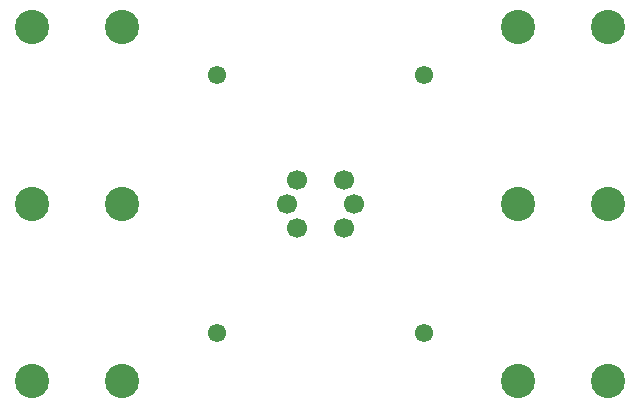
<source format=gbr>
G04 DipTrace 3.2.0.1*
G04 BottomMask.gbr*
%MOIN*%
G04 #@! TF.FileFunction,Soldermask,Bot*
G04 #@! TF.Part,Single*
%ADD35C,0.061024*%
%ADD53C,0.114173*%
%ADD59C,0.066929*%
%FSLAX26Y26*%
G04*
G70*
G90*
G75*
G01*
G04 BotMask*
%LPD*%
D59*
X1533996Y1339703D3*
X1567839Y1259974D3*
X1379388Y1179982D3*
X1345546Y1259711D3*
X1378000Y1340037D3*
X1535385Y1179648D3*
D53*
X796654Y1259843D3*
X2416732D3*
X496654D3*
X2116732D3*
Y1850394D3*
X496654D3*
X2416732D3*
X796654D3*
X2116732Y669291D3*
X496654D3*
X2416732D3*
X796654D3*
D35*
X1801181Y829724D3*
Y1689961D3*
X1112205D3*
Y829724D3*
M02*

</source>
